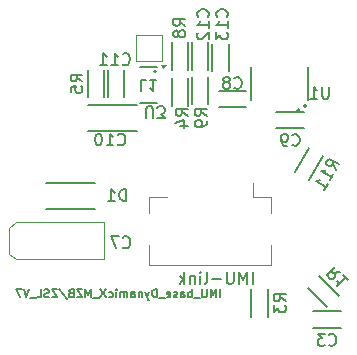
<source format=gbr>
%TF.GenerationSoftware,KiCad,Pcbnew,(6.0.1)*%
%TF.CreationDate,2022-11-26T20:31:09+08:00*%
%TF.ProjectId,IMU_base_V7,494d555f-6261-4736-955f-56372e6b6963,rev?*%
%TF.SameCoordinates,Original*%
%TF.FileFunction,Legend,Bot*%
%TF.FilePolarity,Positive*%
%FSLAX46Y46*%
G04 Gerber Fmt 4.6, Leading zero omitted, Abs format (unit mm)*
G04 Created by KiCad (PCBNEW (6.0.1)) date 2022-11-26 20:31:09*
%MOMM*%
%LPD*%
G01*
G04 APERTURE LIST*
%ADD10C,0.150000*%
%ADD11C,0.120000*%
%ADD12C,0.200000*%
%ADD13C,0.050000*%
G04 APERTURE END LIST*
D10*
X199641421Y-64400000D02*
G75*
G03*
X199641421Y-64400000I-141421J0D01*
G01*
X186900000Y-61500000D02*
G75*
G03*
X186900000Y-61500000I-100000J0D01*
G01*
X192300000Y-80616666D02*
X192300000Y-79916666D01*
X191966666Y-80616666D02*
X191966666Y-79916666D01*
X191733333Y-80416666D01*
X191500000Y-79916666D01*
X191500000Y-80616666D01*
X191166666Y-79916666D02*
X191166666Y-80483333D01*
X191133333Y-80550000D01*
X191100000Y-80583333D01*
X191033333Y-80616666D01*
X190900000Y-80616666D01*
X190833333Y-80583333D01*
X190800000Y-80550000D01*
X190766666Y-80483333D01*
X190766666Y-79916666D01*
X190600000Y-80683333D02*
X190066666Y-80683333D01*
X189900000Y-80616666D02*
X189900000Y-79916666D01*
X189900000Y-80183333D02*
X189833333Y-80150000D01*
X189700000Y-80150000D01*
X189633333Y-80183333D01*
X189600000Y-80216666D01*
X189566666Y-80283333D01*
X189566666Y-80483333D01*
X189600000Y-80550000D01*
X189633333Y-80583333D01*
X189700000Y-80616666D01*
X189833333Y-80616666D01*
X189900000Y-80583333D01*
X188966666Y-80616666D02*
X188966666Y-80250000D01*
X189000000Y-80183333D01*
X189066666Y-80150000D01*
X189200000Y-80150000D01*
X189266666Y-80183333D01*
X188966666Y-80583333D02*
X189033333Y-80616666D01*
X189200000Y-80616666D01*
X189266666Y-80583333D01*
X189300000Y-80516666D01*
X189300000Y-80450000D01*
X189266666Y-80383333D01*
X189200000Y-80350000D01*
X189033333Y-80350000D01*
X188966666Y-80316666D01*
X188666666Y-80583333D02*
X188600000Y-80616666D01*
X188466666Y-80616666D01*
X188400000Y-80583333D01*
X188366666Y-80516666D01*
X188366666Y-80483333D01*
X188400000Y-80416666D01*
X188466666Y-80383333D01*
X188566666Y-80383333D01*
X188633333Y-80350000D01*
X188666666Y-80283333D01*
X188666666Y-80250000D01*
X188633333Y-80183333D01*
X188566666Y-80150000D01*
X188466666Y-80150000D01*
X188400000Y-80183333D01*
X187800000Y-80583333D02*
X187866666Y-80616666D01*
X188000000Y-80616666D01*
X188066666Y-80583333D01*
X188100000Y-80516666D01*
X188100000Y-80250000D01*
X188066666Y-80183333D01*
X188000000Y-80150000D01*
X187866666Y-80150000D01*
X187800000Y-80183333D01*
X187766666Y-80250000D01*
X187766666Y-80316666D01*
X188100000Y-80383333D01*
X187633333Y-80683333D02*
X187100000Y-80683333D01*
X186933333Y-80616666D02*
X186933333Y-79916666D01*
X186766666Y-79916666D01*
X186666666Y-79950000D01*
X186600000Y-80016666D01*
X186566666Y-80083333D01*
X186533333Y-80216666D01*
X186533333Y-80316666D01*
X186566666Y-80450000D01*
X186600000Y-80516666D01*
X186666666Y-80583333D01*
X186766666Y-80616666D01*
X186933333Y-80616666D01*
X186300000Y-80150000D02*
X186133333Y-80616666D01*
X185966666Y-80150000D02*
X186133333Y-80616666D01*
X186200000Y-80783333D01*
X186233333Y-80816666D01*
X186300000Y-80850000D01*
X185700000Y-80150000D02*
X185700000Y-80616666D01*
X185700000Y-80216666D02*
X185666666Y-80183333D01*
X185600000Y-80150000D01*
X185500000Y-80150000D01*
X185433333Y-80183333D01*
X185400000Y-80250000D01*
X185400000Y-80616666D01*
X184766666Y-80616666D02*
X184766666Y-80250000D01*
X184800000Y-80183333D01*
X184866666Y-80150000D01*
X185000000Y-80150000D01*
X185066666Y-80183333D01*
X184766666Y-80583333D02*
X184833333Y-80616666D01*
X185000000Y-80616666D01*
X185066666Y-80583333D01*
X185100000Y-80516666D01*
X185100000Y-80450000D01*
X185066666Y-80383333D01*
X185000000Y-80350000D01*
X184833333Y-80350000D01*
X184766666Y-80316666D01*
X184433333Y-80616666D02*
X184433333Y-80150000D01*
X184433333Y-80216666D02*
X184400000Y-80183333D01*
X184333333Y-80150000D01*
X184233333Y-80150000D01*
X184166666Y-80183333D01*
X184133333Y-80250000D01*
X184133333Y-80616666D01*
X184133333Y-80250000D02*
X184100000Y-80183333D01*
X184033333Y-80150000D01*
X183933333Y-80150000D01*
X183866666Y-80183333D01*
X183833333Y-80250000D01*
X183833333Y-80616666D01*
X183500000Y-80616666D02*
X183500000Y-80150000D01*
X183500000Y-79916666D02*
X183533333Y-79950000D01*
X183500000Y-79983333D01*
X183466666Y-79950000D01*
X183500000Y-79916666D01*
X183500000Y-79983333D01*
X182866666Y-80583333D02*
X182933333Y-80616666D01*
X183066666Y-80616666D01*
X183133333Y-80583333D01*
X183166666Y-80550000D01*
X183200000Y-80483333D01*
X183200000Y-80283333D01*
X183166666Y-80216666D01*
X183133333Y-80183333D01*
X183066666Y-80150000D01*
X182933333Y-80150000D01*
X182866666Y-80183333D01*
X182633333Y-79916666D02*
X182166666Y-80616666D01*
X182166666Y-79916666D02*
X182633333Y-80616666D01*
X182066666Y-80683333D02*
X181533333Y-80683333D01*
X181366666Y-80616666D02*
X181366666Y-79916666D01*
X181133333Y-80416666D01*
X180900000Y-79916666D01*
X180900000Y-80616666D01*
X180633333Y-79916666D02*
X180166666Y-79916666D01*
X180633333Y-80616666D01*
X180166666Y-80616666D01*
X179666666Y-80250000D02*
X179566666Y-80283333D01*
X179533333Y-80316666D01*
X179500000Y-80383333D01*
X179500000Y-80483333D01*
X179533333Y-80550000D01*
X179566666Y-80583333D01*
X179633333Y-80616666D01*
X179900000Y-80616666D01*
X179900000Y-79916666D01*
X179666666Y-79916666D01*
X179600000Y-79950000D01*
X179566666Y-79983333D01*
X179533333Y-80050000D01*
X179533333Y-80116666D01*
X179566666Y-80183333D01*
X179600000Y-80216666D01*
X179666666Y-80250000D01*
X179900000Y-80250000D01*
X178700000Y-79883333D02*
X179300000Y-80783333D01*
X178533333Y-79916666D02*
X178066666Y-79916666D01*
X178533333Y-80616666D01*
X178066666Y-80616666D01*
X177833333Y-80583333D02*
X177733333Y-80616666D01*
X177566666Y-80616666D01*
X177500000Y-80583333D01*
X177466666Y-80550000D01*
X177433333Y-80483333D01*
X177433333Y-80416666D01*
X177466666Y-80350000D01*
X177500000Y-80316666D01*
X177566666Y-80283333D01*
X177700000Y-80250000D01*
X177766666Y-80216666D01*
X177800000Y-80183333D01*
X177833333Y-80116666D01*
X177833333Y-80050000D01*
X177800000Y-79983333D01*
X177766666Y-79950000D01*
X177700000Y-79916666D01*
X177533333Y-79916666D01*
X177433333Y-79950000D01*
X176800000Y-80616666D02*
X177133333Y-80616666D01*
X177133333Y-79916666D01*
X176733333Y-80683333D02*
X176200000Y-80683333D01*
X176133333Y-79916666D02*
X175900000Y-80616666D01*
X175666666Y-79916666D01*
X175500000Y-79916666D02*
X175033333Y-79916666D01*
X175333333Y-80616666D01*
X195071428Y-79452380D02*
X195071428Y-78452380D01*
X194595238Y-79452380D02*
X194595238Y-78452380D01*
X194261904Y-79166666D01*
X193928571Y-78452380D01*
X193928571Y-79452380D01*
X193452380Y-78452380D02*
X193452380Y-79261904D01*
X193404761Y-79357142D01*
X193357142Y-79404761D01*
X193261904Y-79452380D01*
X193071428Y-79452380D01*
X192976190Y-79404761D01*
X192928571Y-79357142D01*
X192880952Y-79261904D01*
X192880952Y-78452380D01*
X192404761Y-79071428D02*
X191642857Y-79071428D01*
X191023809Y-79452380D02*
X191119047Y-79404761D01*
X191166666Y-79309523D01*
X191166666Y-78452380D01*
X190642857Y-79452380D02*
X190642857Y-78785714D01*
X190642857Y-78452380D02*
X190690476Y-78500000D01*
X190642857Y-78547619D01*
X190595238Y-78500000D01*
X190642857Y-78452380D01*
X190642857Y-78547619D01*
X190166666Y-78785714D02*
X190166666Y-79452380D01*
X190166666Y-78880952D02*
X190119047Y-78833333D01*
X190023809Y-78785714D01*
X189880952Y-78785714D01*
X189785714Y-78833333D01*
X189738095Y-78928571D01*
X189738095Y-79452380D01*
X189261904Y-79452380D02*
X189261904Y-78452380D01*
X189166666Y-79071428D02*
X188880952Y-79452380D01*
X188880952Y-78785714D02*
X189261904Y-79166666D01*
%TO.C,L1*%
X186057133Y-62171819D02*
X185580942Y-62171819D01*
X185580942Y-63171819D01*
X186914276Y-62171819D02*
X186342847Y-62171819D01*
X186628561Y-62171819D02*
X186628561Y-63171819D01*
X186533323Y-63028961D01*
X186438085Y-62933723D01*
X186342847Y-62886104D01*
%TO.C,C13*%
X192857142Y-56857142D02*
X192904761Y-56809523D01*
X192952380Y-56666666D01*
X192952380Y-56571428D01*
X192904761Y-56428571D01*
X192809523Y-56333333D01*
X192714285Y-56285714D01*
X192523809Y-56238095D01*
X192380952Y-56238095D01*
X192190476Y-56285714D01*
X192095238Y-56333333D01*
X192000000Y-56428571D01*
X191952380Y-56571428D01*
X191952380Y-56666666D01*
X192000000Y-56809523D01*
X192047619Y-56857142D01*
X192952380Y-57809523D02*
X192952380Y-57238095D01*
X192952380Y-57523809D02*
X191952380Y-57523809D01*
X192095238Y-57428571D01*
X192190476Y-57333333D01*
X192238095Y-57238095D01*
X191952380Y-58142857D02*
X191952380Y-58761904D01*
X192333333Y-58428571D01*
X192333333Y-58571428D01*
X192380952Y-58666666D01*
X192428571Y-58714285D01*
X192523809Y-58761904D01*
X192761904Y-58761904D01*
X192857142Y-58714285D01*
X192904761Y-58666666D01*
X192952380Y-58571428D01*
X192952380Y-58285714D01*
X192904761Y-58190476D01*
X192857142Y-58142857D01*
%TO.C,R11*%
X202078745Y-69851639D02*
X201833019Y-69324869D01*
X202364460Y-69356768D02*
X201498434Y-68856768D01*
X201307958Y-69186682D01*
X201301578Y-69292970D01*
X201319008Y-69358019D01*
X201377677Y-69446877D01*
X201501395Y-69518306D01*
X201607683Y-69524686D01*
X201672732Y-69507256D01*
X201761591Y-69448587D01*
X201952067Y-69118672D01*
X201602555Y-70676425D02*
X201888269Y-70181554D01*
X201745412Y-70428990D02*
X200879387Y-69928990D01*
X201050724Y-69917940D01*
X201180821Y-69883080D01*
X201269680Y-69824411D01*
X201126365Y-71501212D02*
X201412079Y-71006340D01*
X201269222Y-71253776D02*
X200403196Y-70753776D01*
X200574533Y-70742726D01*
X200704631Y-70707866D01*
X200793489Y-70649197D01*
%TO.C,C3*%
X201516666Y-84607142D02*
X201564285Y-84654761D01*
X201707142Y-84702380D01*
X201802380Y-84702380D01*
X201945238Y-84654761D01*
X202040476Y-84559523D01*
X202088095Y-84464285D01*
X202135714Y-84273809D01*
X202135714Y-84130952D01*
X202088095Y-83940476D01*
X202040476Y-83845238D01*
X201945238Y-83750000D01*
X201802380Y-83702380D01*
X201707142Y-83702380D01*
X201564285Y-83750000D01*
X201516666Y-83797619D01*
X201183333Y-83702380D02*
X200564285Y-83702380D01*
X200897619Y-84083333D01*
X200754761Y-84083333D01*
X200659523Y-84130952D01*
X200611904Y-84178571D01*
X200564285Y-84273809D01*
X200564285Y-84511904D01*
X200611904Y-84607142D01*
X200659523Y-84654761D01*
X200754761Y-84702380D01*
X201040476Y-84702380D01*
X201135714Y-84654761D01*
X201183333Y-84607142D01*
%TO.C,C8*%
X193516666Y-62857142D02*
X193564285Y-62904761D01*
X193707142Y-62952380D01*
X193802380Y-62952380D01*
X193945238Y-62904761D01*
X194040476Y-62809523D01*
X194088095Y-62714285D01*
X194135714Y-62523809D01*
X194135714Y-62380952D01*
X194088095Y-62190476D01*
X194040476Y-62095238D01*
X193945238Y-62000000D01*
X193802380Y-61952380D01*
X193707142Y-61952380D01*
X193564285Y-62000000D01*
X193516666Y-62047619D01*
X192945238Y-62380952D02*
X193040476Y-62333333D01*
X193088095Y-62285714D01*
X193135714Y-62190476D01*
X193135714Y-62142857D01*
X193088095Y-62047619D01*
X193040476Y-62000000D01*
X192945238Y-61952380D01*
X192754761Y-61952380D01*
X192659523Y-62000000D01*
X192611904Y-62047619D01*
X192564285Y-62142857D01*
X192564285Y-62190476D01*
X192611904Y-62285714D01*
X192659523Y-62333333D01*
X192754761Y-62380952D01*
X192945238Y-62380952D01*
X193040476Y-62428571D01*
X193088095Y-62476190D01*
X193135714Y-62571428D01*
X193135714Y-62761904D01*
X193088095Y-62857142D01*
X193040476Y-62904761D01*
X192945238Y-62952380D01*
X192754761Y-62952380D01*
X192659523Y-62904761D01*
X192611904Y-62857142D01*
X192564285Y-62761904D01*
X192564285Y-62571428D01*
X192611904Y-62476190D01*
X192659523Y-62428571D01*
X192754761Y-62380952D01*
%TO.C,C7*%
X184066666Y-76357142D02*
X184114285Y-76404761D01*
X184257142Y-76452380D01*
X184352380Y-76452380D01*
X184495238Y-76404761D01*
X184590476Y-76309523D01*
X184638095Y-76214285D01*
X184685714Y-76023809D01*
X184685714Y-75880952D01*
X184638095Y-75690476D01*
X184590476Y-75595238D01*
X184495238Y-75500000D01*
X184352380Y-75452380D01*
X184257142Y-75452380D01*
X184114285Y-75500000D01*
X184066666Y-75547619D01*
X183733333Y-75452380D02*
X183066666Y-75452380D01*
X183495238Y-76452380D01*
%TO.C,R3*%
X197852380Y-80933333D02*
X197376190Y-80600000D01*
X197852380Y-80361904D02*
X196852380Y-80361904D01*
X196852380Y-80742857D01*
X196900000Y-80838095D01*
X196947619Y-80885714D01*
X197042857Y-80933333D01*
X197185714Y-80933333D01*
X197280952Y-80885714D01*
X197328571Y-80838095D01*
X197376190Y-80742857D01*
X197376190Y-80361904D01*
X196852380Y-81266666D02*
X196852380Y-81885714D01*
X197233333Y-81552380D01*
X197233333Y-81695238D01*
X197280952Y-81790476D01*
X197328571Y-81838095D01*
X197423809Y-81885714D01*
X197661904Y-81885714D01*
X197757142Y-81838095D01*
X197804761Y-81790476D01*
X197852380Y-81695238D01*
X197852380Y-81409523D01*
X197804761Y-81314285D01*
X197757142Y-81266666D01*
%TO.C,R5*%
X180652380Y-62333333D02*
X180176190Y-62000000D01*
X180652380Y-61761904D02*
X179652380Y-61761904D01*
X179652380Y-62142857D01*
X179700000Y-62238095D01*
X179747619Y-62285714D01*
X179842857Y-62333333D01*
X179985714Y-62333333D01*
X180080952Y-62285714D01*
X180128571Y-62238095D01*
X180176190Y-62142857D01*
X180176190Y-61761904D01*
X179652380Y-63238095D02*
X179652380Y-62761904D01*
X180128571Y-62714285D01*
X180080952Y-62761904D01*
X180033333Y-62857142D01*
X180033333Y-63095238D01*
X180080952Y-63190476D01*
X180128571Y-63238095D01*
X180223809Y-63285714D01*
X180461904Y-63285714D01*
X180557142Y-63238095D01*
X180604761Y-63190476D01*
X180652380Y-63095238D01*
X180652380Y-62857142D01*
X180604761Y-62761904D01*
X180557142Y-62714285D01*
%TO.C,R1*%
X202473782Y-78459145D02*
X201901362Y-78560160D01*
X202069721Y-78055084D02*
X201362614Y-78762190D01*
X201631988Y-79031565D01*
X201733003Y-79065236D01*
X201800347Y-79065236D01*
X201901362Y-79031565D01*
X202002377Y-78930549D01*
X202036049Y-78829534D01*
X202036049Y-78762190D01*
X202002377Y-78661175D01*
X201733003Y-78391801D01*
X203147217Y-79132580D02*
X202743156Y-78728519D01*
X202945187Y-78930549D02*
X202238080Y-79637656D01*
X202271752Y-79469297D01*
X202271752Y-79334610D01*
X202238080Y-79233595D01*
%TO.C,U3*%
X186038095Y-65447619D02*
X186038095Y-64638095D01*
X186085714Y-64542857D01*
X186133333Y-64495238D01*
X186228571Y-64447619D01*
X186419047Y-64447619D01*
X186514285Y-64495238D01*
X186561904Y-64542857D01*
X186609523Y-64638095D01*
X186609523Y-65447619D01*
X186990476Y-65447619D02*
X187609523Y-65447619D01*
X187276190Y-65066666D01*
X187419047Y-65066666D01*
X187514285Y-65019047D01*
X187561904Y-64971428D01*
X187609523Y-64876190D01*
X187609523Y-64638095D01*
X187561904Y-64542857D01*
X187514285Y-64495238D01*
X187419047Y-64447619D01*
X187133333Y-64447619D01*
X187038095Y-64495238D01*
X186990476Y-64542857D01*
%TO.C,U1*%
X201511904Y-62777380D02*
X201511904Y-63586904D01*
X201464285Y-63682142D01*
X201416666Y-63729761D01*
X201321428Y-63777380D01*
X201130952Y-63777380D01*
X201035714Y-63729761D01*
X200988095Y-63682142D01*
X200940476Y-63586904D01*
X200940476Y-62777380D01*
X199940476Y-63777380D02*
X200511904Y-63777380D01*
X200226190Y-63777380D02*
X200226190Y-62777380D01*
X200321428Y-62920238D01*
X200416666Y-63015476D01*
X200511904Y-63063095D01*
%TO.C,R8*%
X189352380Y-57633333D02*
X188876190Y-57300000D01*
X189352380Y-57061904D02*
X188352380Y-57061904D01*
X188352380Y-57442857D01*
X188400000Y-57538095D01*
X188447619Y-57585714D01*
X188542857Y-57633333D01*
X188685714Y-57633333D01*
X188780952Y-57585714D01*
X188828571Y-57538095D01*
X188876190Y-57442857D01*
X188876190Y-57061904D01*
X188780952Y-58204761D02*
X188733333Y-58109523D01*
X188685714Y-58061904D01*
X188590476Y-58014285D01*
X188542857Y-58014285D01*
X188447619Y-58061904D01*
X188400000Y-58109523D01*
X188352380Y-58204761D01*
X188352380Y-58395238D01*
X188400000Y-58490476D01*
X188447619Y-58538095D01*
X188542857Y-58585714D01*
X188590476Y-58585714D01*
X188685714Y-58538095D01*
X188733333Y-58490476D01*
X188780952Y-58395238D01*
X188780952Y-58204761D01*
X188828571Y-58109523D01*
X188876190Y-58061904D01*
X188971428Y-58014285D01*
X189161904Y-58014285D01*
X189257142Y-58061904D01*
X189304761Y-58109523D01*
X189352380Y-58204761D01*
X189352380Y-58395238D01*
X189304761Y-58490476D01*
X189257142Y-58538095D01*
X189161904Y-58585714D01*
X188971428Y-58585714D01*
X188876190Y-58538095D01*
X188828571Y-58490476D01*
X188780952Y-58395238D01*
%TO.C,D1*%
X184338095Y-72452380D02*
X184338095Y-71452380D01*
X184100000Y-71452380D01*
X183957142Y-71500000D01*
X183861904Y-71595238D01*
X183814285Y-71690476D01*
X183766666Y-71880952D01*
X183766666Y-72023809D01*
X183814285Y-72214285D01*
X183861904Y-72309523D01*
X183957142Y-72404761D01*
X184100000Y-72452380D01*
X184338095Y-72452380D01*
X182814285Y-72452380D02*
X183385714Y-72452380D01*
X183100000Y-72452380D02*
X183100000Y-71452380D01*
X183195238Y-71595238D01*
X183290476Y-71690476D01*
X183385714Y-71738095D01*
%TO.C,R4*%
X189552380Y-65233333D02*
X189076190Y-64900000D01*
X189552380Y-64661904D02*
X188552380Y-64661904D01*
X188552380Y-65042857D01*
X188600000Y-65138095D01*
X188647619Y-65185714D01*
X188742857Y-65233333D01*
X188885714Y-65233333D01*
X188980952Y-65185714D01*
X189028571Y-65138095D01*
X189076190Y-65042857D01*
X189076190Y-64661904D01*
X188885714Y-66090476D02*
X189552380Y-66090476D01*
X188504761Y-65852380D02*
X189219047Y-65614285D01*
X189219047Y-66233333D01*
%TO.C,C11*%
X184042857Y-60857142D02*
X184090476Y-60904761D01*
X184233333Y-60952380D01*
X184328571Y-60952380D01*
X184471428Y-60904761D01*
X184566666Y-60809523D01*
X184614285Y-60714285D01*
X184661904Y-60523809D01*
X184661904Y-60380952D01*
X184614285Y-60190476D01*
X184566666Y-60095238D01*
X184471428Y-60000000D01*
X184328571Y-59952380D01*
X184233333Y-59952380D01*
X184090476Y-60000000D01*
X184042857Y-60047619D01*
X183090476Y-60952380D02*
X183661904Y-60952380D01*
X183376190Y-60952380D02*
X183376190Y-59952380D01*
X183471428Y-60095238D01*
X183566666Y-60190476D01*
X183661904Y-60238095D01*
X182138095Y-60952380D02*
X182709523Y-60952380D01*
X182423809Y-60952380D02*
X182423809Y-59952380D01*
X182519047Y-60095238D01*
X182614285Y-60190476D01*
X182709523Y-60238095D01*
%TO.C,C10*%
X183642857Y-67657142D02*
X183690476Y-67704761D01*
X183833333Y-67752380D01*
X183928571Y-67752380D01*
X184071428Y-67704761D01*
X184166666Y-67609523D01*
X184214285Y-67514285D01*
X184261904Y-67323809D01*
X184261904Y-67180952D01*
X184214285Y-66990476D01*
X184166666Y-66895238D01*
X184071428Y-66800000D01*
X183928571Y-66752380D01*
X183833333Y-66752380D01*
X183690476Y-66800000D01*
X183642857Y-66847619D01*
X182690476Y-67752380D02*
X183261904Y-67752380D01*
X182976190Y-67752380D02*
X182976190Y-66752380D01*
X183071428Y-66895238D01*
X183166666Y-66990476D01*
X183261904Y-67038095D01*
X182071428Y-66752380D02*
X181976190Y-66752380D01*
X181880952Y-66800000D01*
X181833333Y-66847619D01*
X181785714Y-66942857D01*
X181738095Y-67133333D01*
X181738095Y-67371428D01*
X181785714Y-67561904D01*
X181833333Y-67657142D01*
X181880952Y-67704761D01*
X181976190Y-67752380D01*
X182071428Y-67752380D01*
X182166666Y-67704761D01*
X182214285Y-67657142D01*
X182261904Y-67561904D01*
X182309523Y-67371428D01*
X182309523Y-67133333D01*
X182261904Y-66942857D01*
X182214285Y-66847619D01*
X182166666Y-66800000D01*
X182071428Y-66752380D01*
%TO.C,C12*%
X191257142Y-56857142D02*
X191304761Y-56809523D01*
X191352380Y-56666666D01*
X191352380Y-56571428D01*
X191304761Y-56428571D01*
X191209523Y-56333333D01*
X191114285Y-56285714D01*
X190923809Y-56238095D01*
X190780952Y-56238095D01*
X190590476Y-56285714D01*
X190495238Y-56333333D01*
X190400000Y-56428571D01*
X190352380Y-56571428D01*
X190352380Y-56666666D01*
X190400000Y-56809523D01*
X190447619Y-56857142D01*
X191352380Y-57809523D02*
X191352380Y-57238095D01*
X191352380Y-57523809D02*
X190352380Y-57523809D01*
X190495238Y-57428571D01*
X190590476Y-57333333D01*
X190638095Y-57238095D01*
X190447619Y-58190476D02*
X190400000Y-58238095D01*
X190352380Y-58333333D01*
X190352380Y-58571428D01*
X190400000Y-58666666D01*
X190447619Y-58714285D01*
X190542857Y-58761904D01*
X190638095Y-58761904D01*
X190780952Y-58714285D01*
X191352380Y-58142857D01*
X191352380Y-58761904D01*
%TO.C,R9*%
X191152380Y-65233333D02*
X190676190Y-64900000D01*
X191152380Y-64661904D02*
X190152380Y-64661904D01*
X190152380Y-65042857D01*
X190200000Y-65138095D01*
X190247619Y-65185714D01*
X190342857Y-65233333D01*
X190485714Y-65233333D01*
X190580952Y-65185714D01*
X190628571Y-65138095D01*
X190676190Y-65042857D01*
X190676190Y-64661904D01*
X191152380Y-65709523D02*
X191152380Y-65900000D01*
X191104761Y-65995238D01*
X191057142Y-66042857D01*
X190914285Y-66138095D01*
X190723809Y-66185714D01*
X190342857Y-66185714D01*
X190247619Y-66138095D01*
X190200000Y-66090476D01*
X190152380Y-65995238D01*
X190152380Y-65804761D01*
X190200000Y-65709523D01*
X190247619Y-65661904D01*
X190342857Y-65614285D01*
X190580952Y-65614285D01*
X190676190Y-65661904D01*
X190723809Y-65709523D01*
X190771428Y-65804761D01*
X190771428Y-65995238D01*
X190723809Y-66090476D01*
X190676190Y-66138095D01*
X190580952Y-66185714D01*
%TO.C,C9*%
X198416666Y-67707142D02*
X198464285Y-67754761D01*
X198607142Y-67802380D01*
X198702380Y-67802380D01*
X198845238Y-67754761D01*
X198940476Y-67659523D01*
X198988095Y-67564285D01*
X199035714Y-67373809D01*
X199035714Y-67230952D01*
X198988095Y-67040476D01*
X198940476Y-66945238D01*
X198845238Y-66850000D01*
X198702380Y-66802380D01*
X198607142Y-66802380D01*
X198464285Y-66850000D01*
X198416666Y-66897619D01*
X197940476Y-67802380D02*
X197750000Y-67802380D01*
X197654761Y-67754761D01*
X197607142Y-67707142D01*
X197511904Y-67564285D01*
X197464285Y-67373809D01*
X197464285Y-66992857D01*
X197511904Y-66897619D01*
X197559523Y-66850000D01*
X197654761Y-66802380D01*
X197845238Y-66802380D01*
X197940476Y-66850000D01*
X197988095Y-66897619D01*
X198035714Y-66992857D01*
X198035714Y-67230952D01*
X197988095Y-67326190D01*
X197940476Y-67373809D01*
X197845238Y-67421428D01*
X197654761Y-67421428D01*
X197559523Y-67373809D01*
X197511904Y-67326190D01*
X197464285Y-67230952D01*
D11*
%TO.C,L1*%
X185200000Y-60600000D02*
X187400000Y-60600000D01*
X187400000Y-60600000D02*
X187400000Y-58400000D01*
X187400000Y-58400000D02*
X185200000Y-58400000D01*
X185200000Y-58400000D02*
X185200000Y-60600000D01*
D10*
%TO.C,C13*%
X193050000Y-61475000D02*
X193050000Y-59125000D01*
X191650000Y-61475000D02*
X191650000Y-59125000D01*
%TO.C,R11*%
X199831282Y-67939600D02*
X198656282Y-69974760D01*
X201043718Y-68639600D02*
X199868718Y-70674760D01*
D11*
%TO.C,J5*%
X186300000Y-77900000D02*
X186300000Y-76160000D01*
X186300000Y-72100000D02*
X186300000Y-73440000D01*
X195110000Y-72100000D02*
X195110000Y-70900000D01*
X196600000Y-77900000D02*
X186300000Y-77900000D01*
X196600000Y-76160000D02*
X196600000Y-77900000D01*
X195110000Y-72100000D02*
X196600000Y-72100000D01*
X187790000Y-72100000D02*
X186300000Y-72100000D01*
X196600000Y-72100000D02*
X196600000Y-73440000D01*
D10*
%TO.C,C3*%
X202525000Y-83200000D02*
X200175000Y-83200000D01*
X202525000Y-81800000D02*
X200175000Y-81800000D01*
%TO.C,C8*%
X192175000Y-63100000D02*
X194525000Y-63100000D01*
X192175000Y-64500000D02*
X194525000Y-64500000D01*
D12*
%TO.C,C7*%
X181750000Y-70900000D02*
X177550000Y-70900000D01*
X181750000Y-73100000D02*
X177550000Y-73100000D01*
D10*
%TO.C,R3*%
X194950000Y-79925000D02*
X194950000Y-82275000D01*
X196350000Y-79925000D02*
X196350000Y-82275000D01*
%TO.C,R5*%
X181100000Y-63675000D02*
X181100000Y-61325000D01*
X182500000Y-63675000D02*
X182500000Y-61325000D01*
%TO.C,R1*%
X199708490Y-79798439D02*
X201370191Y-81460140D01*
X200698439Y-78808490D02*
X202360140Y-80470191D01*
D12*
%TO.C,U3*%
X186950000Y-64175000D02*
X185550000Y-64175000D01*
X186950000Y-61075000D02*
X185550000Y-61075000D01*
D13*
X187300000Y-60975000D02*
X187500000Y-61175000D01*
X187500000Y-61175000D02*
X187700000Y-60975000D01*
X187700000Y-60975000D02*
X187300000Y-60975000D01*
G36*
X187500000Y-61175000D02*
G01*
X187300000Y-60975000D01*
X187700000Y-60975000D01*
X187500000Y-61175000D01*
G37*
X187500000Y-61175000D02*
X187300000Y-60975000D01*
X187700000Y-60975000D01*
X187500000Y-61175000D01*
%TO.C,U1*%
X199074000Y-64792400D02*
X198874000Y-64592400D01*
X198874000Y-64592400D02*
X198674000Y-64792400D01*
X198674000Y-64792400D02*
X199074000Y-64792400D01*
G36*
X199074000Y-64792400D02*
G01*
X198674000Y-64792400D01*
X198874000Y-64592400D01*
X199074000Y-64792400D01*
G37*
X199074000Y-64792400D02*
X198674000Y-64792400D01*
X198874000Y-64592400D01*
X199074000Y-64792400D01*
D12*
X194950000Y-61100000D02*
X194950000Y-63900000D01*
X199750000Y-61100000D02*
X199750000Y-63900000D01*
D10*
%TO.C,R8*%
X188200000Y-59025000D02*
X188200000Y-61375000D01*
X189600000Y-59025000D02*
X189600000Y-61375000D01*
D11*
%TO.C,D1*%
X182450000Y-77400000D02*
X175000000Y-77400000D01*
X182450000Y-74200000D02*
X175000000Y-74200000D01*
X174450000Y-76900000D02*
X175000000Y-77400000D01*
X182450000Y-74200000D02*
X182450000Y-77400000D01*
X174450000Y-76900000D02*
X174450000Y-74700000D01*
X174450000Y-74700000D02*
X175000000Y-74200000D01*
D10*
%TO.C,R4*%
X188200000Y-64375000D02*
X188200000Y-62025000D01*
X189600000Y-64375000D02*
X189600000Y-62025000D01*
%TO.C,C11*%
X184200000Y-61325000D02*
X184200000Y-63675000D01*
X182800000Y-61325000D02*
X182800000Y-63675000D01*
D12*
%TO.C,C10*%
X181100000Y-66500000D02*
X185300000Y-66500000D01*
X181100000Y-64300000D02*
X185300000Y-64300000D01*
D10*
%TO.C,C12*%
X191300000Y-61375000D02*
X191300000Y-59025000D01*
X189900000Y-61375000D02*
X189900000Y-59025000D01*
%TO.C,R9*%
X191300000Y-64275000D02*
X191300000Y-61925000D01*
X189900000Y-64275000D02*
X189900000Y-61925000D01*
%TO.C,C9*%
X199425000Y-64900000D02*
X197075000Y-64900000D01*
X199425000Y-66300000D02*
X197075000Y-66300000D01*
%TD*%
M02*

</source>
